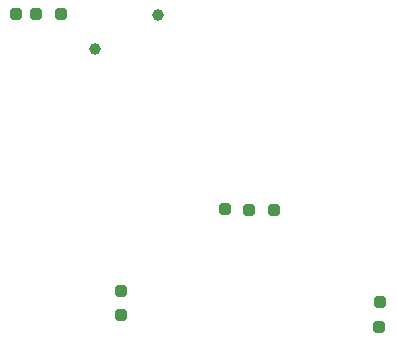
<source format=gbp>
G04*
G04 #@! TF.GenerationSoftware,Altium Limited,Altium Designer,25.2.1 (25)*
G04*
G04 Layer_Color=128*
%FSLAX25Y25*%
%MOIN*%
G70*
G04*
G04 #@! TF.SameCoordinates,E3AB8C20-A1E6-43C1-8624-3ED8289FA371*
G04*
G04*
G04 #@! TF.FilePolarity,Positive*
G04*
G01*
G75*
%ADD91C,0.03937*%
G04:AMPARAMS|DCode=92|XSize=39.37mil|YSize=39.37mil|CornerRadius=9.84mil|HoleSize=0mil|Usage=FLASHONLY|Rotation=90.000|XOffset=0mil|YOffset=0mil|HoleType=Round|Shape=RoundedRectangle|*
%AMROUNDEDRECTD92*
21,1,0.03937,0.01968,0,0,90.0*
21,1,0.01968,0.03937,0,0,90.0*
1,1,0.01968,0.00984,0.00984*
1,1,0.01968,0.00984,-0.00984*
1,1,0.01968,-0.00984,-0.00984*
1,1,0.01968,-0.00984,0.00984*
%
%ADD92ROUNDEDRECTD92*%
G04:AMPARAMS|DCode=93|XSize=39.37mil|YSize=39.37mil|CornerRadius=9.84mil|HoleSize=0mil|Usage=FLASHONLY|Rotation=0.000|XOffset=0mil|YOffset=0mil|HoleType=Round|Shape=RoundedRectangle|*
%AMROUNDEDRECTD93*
21,1,0.03937,0.01968,0,0,0.0*
21,1,0.01968,0.03937,0,0,0.0*
1,1,0.01968,0.00984,-0.00984*
1,1,0.01968,-0.00984,-0.00984*
1,1,0.01968,-0.00984,0.00984*
1,1,0.01968,0.00984,0.00984*
%
%ADD93ROUNDEDRECTD93*%
D91*
X32925Y110587D02*
D03*
X53921Y121756D02*
D03*
D92*
X76378Y57087D02*
D03*
X92520Y56693D02*
D03*
X84252D02*
D03*
D93*
X41665Y29937D02*
D03*
X41772Y21929D02*
D03*
X21654Y122047D02*
D03*
X13386D02*
D03*
X6693D02*
D03*
X127559Y17717D02*
D03*
X127953Y25984D02*
D03*
M02*

</source>
